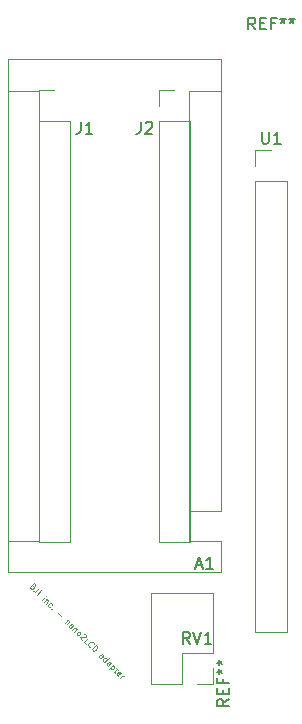
<source format=gbr>
%TF.GenerationSoftware,KiCad,Pcbnew,(5.1.6)-1*%
%TF.CreationDate,2022-01-07T20:02:18-04:00*%
%TF.ProjectId,LCD_adapter,4c43445f-6164-4617-9074-65722e6b6963,rev?*%
%TF.SameCoordinates,Original*%
%TF.FileFunction,Legend,Top*%
%TF.FilePolarity,Positive*%
%FSLAX46Y46*%
G04 Gerber Fmt 4.6, Leading zero omitted, Abs format (unit mm)*
G04 Created by KiCad (PCBNEW (5.1.6)-1) date 2022-01-07 20:02:18*
%MOMM*%
%LPD*%
G01*
G04 APERTURE LIST*
%ADD10C,0.125000*%
%ADD11C,0.120000*%
%ADD12C,0.150000*%
G04 APERTURE END LIST*
D10*
X151862689Y-105457181D02*
X151896361Y-105524525D01*
X151896361Y-105558197D01*
X151879525Y-105608704D01*
X151829017Y-105659212D01*
X151778510Y-105676048D01*
X151744838Y-105676048D01*
X151694330Y-105659212D01*
X151559643Y-105524525D01*
X151913197Y-105170971D01*
X152031048Y-105288823D01*
X152047884Y-105339330D01*
X152047884Y-105373002D01*
X152031048Y-105423510D01*
X151997376Y-105457181D01*
X151946868Y-105474017D01*
X151913197Y-105474017D01*
X151862689Y-105457181D01*
X151744838Y-105339330D01*
X152367765Y-105625540D02*
X152115227Y-105878078D01*
X152047884Y-105911750D01*
X151980540Y-105911750D01*
X151913197Y-105878078D01*
X151879525Y-105844406D01*
X152182571Y-106147452D02*
X152536124Y-105793899D01*
X152620303Y-106585185D02*
X152856006Y-106349483D01*
X152973857Y-106231632D02*
X152940185Y-106231632D01*
X152940185Y-106265303D01*
X152973857Y-106265303D01*
X152973857Y-106231632D01*
X152940185Y-106265303D01*
X153024364Y-106517841D02*
X152788662Y-106753544D01*
X152990693Y-106551513D02*
X153024364Y-106551513D01*
X153074872Y-106568349D01*
X153125380Y-106618857D01*
X153142215Y-106669364D01*
X153125380Y-106719872D01*
X152940185Y-106905067D01*
X153276902Y-107208112D02*
X153226395Y-107191276D01*
X153159051Y-107123933D01*
X153142215Y-107073425D01*
X153142215Y-107039754D01*
X153159051Y-106989246D01*
X153260067Y-106888231D01*
X153310574Y-106871395D01*
X153344246Y-106871395D01*
X153394754Y-106888231D01*
X153462097Y-106955574D01*
X153478933Y-107006082D01*
X153445261Y-107342799D02*
X153445261Y-107376471D01*
X153411589Y-107376471D01*
X153411589Y-107342799D01*
X153445261Y-107342799D01*
X153411589Y-107376471D01*
X153984009Y-107679517D02*
X154253383Y-107948891D01*
X154792131Y-108285608D02*
X154556429Y-108521311D01*
X154758460Y-108319280D02*
X154792131Y-108319280D01*
X154842639Y-108336116D01*
X154893147Y-108386624D01*
X154909982Y-108437131D01*
X154893147Y-108487639D01*
X154707952Y-108672834D01*
X155027834Y-108992715D02*
X155213028Y-108807521D01*
X155229864Y-108757013D01*
X155213028Y-108706505D01*
X155145685Y-108639162D01*
X155095177Y-108622326D01*
X155044669Y-108975879D02*
X154994162Y-108959043D01*
X154909982Y-108874864D01*
X154893147Y-108824356D01*
X154909982Y-108773849D01*
X154943654Y-108740177D01*
X154994162Y-108723341D01*
X155044669Y-108740177D01*
X155128849Y-108824356D01*
X155179356Y-108841192D01*
X155431895Y-108925372D02*
X155196192Y-109161074D01*
X155398223Y-108959043D02*
X155431895Y-108959043D01*
X155482402Y-108975879D01*
X155532910Y-109026387D01*
X155549746Y-109076895D01*
X155532910Y-109127402D01*
X155347715Y-109312597D01*
X155566582Y-109531463D02*
X155549746Y-109480956D01*
X155549746Y-109447284D01*
X155566582Y-109396776D01*
X155667597Y-109295761D01*
X155718104Y-109278925D01*
X155751776Y-109278925D01*
X155802284Y-109295761D01*
X155852791Y-109346269D01*
X155869627Y-109396776D01*
X155869627Y-109430448D01*
X155852791Y-109480956D01*
X155751776Y-109581971D01*
X155701269Y-109598807D01*
X155667597Y-109598807D01*
X155617089Y-109581971D01*
X155566582Y-109531463D01*
X156139001Y-109464120D02*
X156172673Y-109464120D01*
X156223181Y-109480956D01*
X156307360Y-109565135D01*
X156324196Y-109615643D01*
X156324196Y-109649314D01*
X156307360Y-109699822D01*
X156273688Y-109733494D01*
X156206345Y-109767165D01*
X155802284Y-109767165D01*
X156021150Y-109986032D01*
X156341032Y-110305913D02*
X156172673Y-110137555D01*
X156526226Y-109784001D01*
X156694585Y-110592123D02*
X156660913Y-110592123D01*
X156593570Y-110558452D01*
X156559898Y-110524780D01*
X156526226Y-110457436D01*
X156526226Y-110390093D01*
X156543062Y-110339585D01*
X156593570Y-110255406D01*
X156644078Y-110204898D01*
X156728257Y-110154391D01*
X156778765Y-110137555D01*
X156846108Y-110137555D01*
X156913452Y-110171226D01*
X156947123Y-110204898D01*
X156980795Y-110272242D01*
X156980795Y-110305913D01*
X156812436Y-110777318D02*
X157165990Y-110423765D01*
X157250169Y-110507944D01*
X157283841Y-110575287D01*
X157283841Y-110642631D01*
X157267005Y-110693139D01*
X157216497Y-110777318D01*
X157165990Y-110827826D01*
X157081810Y-110878333D01*
X157031303Y-110895169D01*
X156963959Y-110895169D01*
X156896616Y-110861497D01*
X156812436Y-110777318D01*
X157586887Y-111551768D02*
X157772081Y-111366574D01*
X157788917Y-111316066D01*
X157772081Y-111265558D01*
X157704738Y-111198215D01*
X157654230Y-111181379D01*
X157603723Y-111534932D02*
X157553215Y-111518097D01*
X157469036Y-111433917D01*
X157452200Y-111383410D01*
X157469036Y-111332902D01*
X157502707Y-111299230D01*
X157553215Y-111282394D01*
X157603723Y-111299230D01*
X157687902Y-111383410D01*
X157738410Y-111400245D01*
X157906768Y-111871650D02*
X158260322Y-111518097D01*
X157923604Y-111854814D02*
X157873097Y-111837978D01*
X157805753Y-111770635D01*
X157788917Y-111720127D01*
X157788917Y-111686455D01*
X157805753Y-111635948D01*
X157906768Y-111534932D01*
X157957276Y-111518097D01*
X157990948Y-111518097D01*
X158041455Y-111534932D01*
X158108799Y-111602276D01*
X158125635Y-111652784D01*
X158226650Y-112191532D02*
X158411845Y-112006337D01*
X158428680Y-111955829D01*
X158411845Y-111905322D01*
X158344501Y-111837978D01*
X158293993Y-111821142D01*
X158243486Y-112174696D02*
X158192978Y-112157860D01*
X158108799Y-112073680D01*
X158091963Y-112023173D01*
X158108799Y-111972665D01*
X158142471Y-111938993D01*
X158192978Y-111922158D01*
X158243486Y-111938993D01*
X158327665Y-112023173D01*
X158378173Y-112040009D01*
X158630711Y-112124188D02*
X158277158Y-112477741D01*
X158613875Y-112141024D02*
X158664383Y-112157860D01*
X158731726Y-112225203D01*
X158748562Y-112275711D01*
X158748562Y-112309383D01*
X158731726Y-112359890D01*
X158630711Y-112460906D01*
X158580203Y-112477741D01*
X158546532Y-112477741D01*
X158496024Y-112460906D01*
X158428680Y-112393562D01*
X158411845Y-112343054D01*
X158900085Y-112393562D02*
X159034772Y-112528249D01*
X159068444Y-112326219D02*
X158765398Y-112629264D01*
X158748562Y-112679772D01*
X158765398Y-112730280D01*
X158799070Y-112763951D01*
X159068444Y-112999654D02*
X159017936Y-112982818D01*
X158950593Y-112915474D01*
X158933757Y-112864967D01*
X158950593Y-112814459D01*
X159085280Y-112679772D01*
X159135787Y-112662936D01*
X159186295Y-112679772D01*
X159253638Y-112747115D01*
X159270474Y-112797623D01*
X159253638Y-112848131D01*
X159219967Y-112881802D01*
X159017936Y-112747115D01*
X159219967Y-113184848D02*
X159455669Y-112949146D01*
X159388325Y-113016489D02*
X159438833Y-112999654D01*
X159472505Y-112999654D01*
X159523012Y-113016489D01*
X159556684Y-113050161D01*
D11*
%TO.C,J2*%
X162500000Y-63440000D02*
X163830000Y-63440000D01*
X162500000Y-64770000D02*
X162500000Y-63440000D01*
X162500000Y-66040000D02*
X165160000Y-66040000D01*
X165160000Y-66040000D02*
X165160000Y-101660000D01*
X162500000Y-66040000D02*
X162500000Y-101660000D01*
X162500000Y-101660000D02*
X165160000Y-101660000D01*
%TO.C,J1*%
X152340000Y-63440000D02*
X153670000Y-63440000D01*
X152340000Y-64770000D02*
X152340000Y-63440000D01*
X152340000Y-66040000D02*
X155000000Y-66040000D01*
X155000000Y-66040000D02*
X155000000Y-101660000D01*
X152340000Y-66040000D02*
X152340000Y-101660000D01*
X152340000Y-101660000D02*
X155000000Y-101660000D01*
%TO.C,A1*%
X165100000Y-99060000D02*
X165100000Y-101600000D01*
X165100000Y-101600000D02*
X167770000Y-101600000D01*
X167770000Y-99060000D02*
X167770000Y-60830000D01*
X167770000Y-104270000D02*
X167770000Y-101600000D01*
X152400000Y-101600000D02*
X149730000Y-101600000D01*
X152400000Y-101600000D02*
X152400000Y-63500000D01*
X152400000Y-63500000D02*
X149730000Y-63500000D01*
X165100000Y-99060000D02*
X167770000Y-99060000D01*
X165100000Y-99060000D02*
X165100000Y-63500000D01*
X165100000Y-63500000D02*
X167770000Y-63500000D01*
X167770000Y-60830000D02*
X149730000Y-60830000D01*
X149730000Y-60830000D02*
X149730000Y-104270000D01*
X149730000Y-104270000D02*
X167770000Y-104270000D01*
%TO.C,RV1*%
X167065000Y-105985000D02*
X161865000Y-105985000D01*
X167065000Y-111125000D02*
X167065000Y-105985000D01*
X161865000Y-113725000D02*
X161865000Y-105985000D01*
X167065000Y-111125000D02*
X164465000Y-111125000D01*
X164465000Y-111125000D02*
X164465000Y-113725000D01*
X164465000Y-113725000D02*
X161865000Y-113725000D01*
X167065000Y-112395000D02*
X167065000Y-113725000D01*
X167065000Y-113725000D02*
X165735000Y-113725000D01*
%TO.C,U1*%
X170670000Y-109280000D02*
X173330000Y-109280000D01*
X170670000Y-71120000D02*
X170670000Y-109280000D01*
X173330000Y-71120000D02*
X173330000Y-109280000D01*
X170670000Y-71120000D02*
X173330000Y-71120000D01*
X170670000Y-69850000D02*
X170670000Y-68520000D01*
X170670000Y-68520000D02*
X172000000Y-68520000D01*
%TO.C,REF\u002A\u002A*%
D12*
X170666666Y-58302380D02*
X170333333Y-57826190D01*
X170095238Y-58302380D02*
X170095238Y-57302380D01*
X170476190Y-57302380D01*
X170571428Y-57350000D01*
X170619047Y-57397619D01*
X170666666Y-57492857D01*
X170666666Y-57635714D01*
X170619047Y-57730952D01*
X170571428Y-57778571D01*
X170476190Y-57826190D01*
X170095238Y-57826190D01*
X171095238Y-57778571D02*
X171428571Y-57778571D01*
X171571428Y-58302380D02*
X171095238Y-58302380D01*
X171095238Y-57302380D01*
X171571428Y-57302380D01*
X172333333Y-57778571D02*
X172000000Y-57778571D01*
X172000000Y-58302380D02*
X172000000Y-57302380D01*
X172476190Y-57302380D01*
X173000000Y-57302380D02*
X173000000Y-57540476D01*
X172761904Y-57445238D02*
X173000000Y-57540476D01*
X173238095Y-57445238D01*
X172857142Y-57730952D02*
X173000000Y-57540476D01*
X173142857Y-57730952D01*
X173761904Y-57302380D02*
X173761904Y-57540476D01*
X173523809Y-57445238D02*
X173761904Y-57540476D01*
X174000000Y-57445238D01*
X173619047Y-57730952D02*
X173761904Y-57540476D01*
X173904761Y-57730952D01*
X168452380Y-114998333D02*
X167976190Y-115331666D01*
X168452380Y-115569761D02*
X167452380Y-115569761D01*
X167452380Y-115188809D01*
X167500000Y-115093571D01*
X167547619Y-115045952D01*
X167642857Y-114998333D01*
X167785714Y-114998333D01*
X167880952Y-115045952D01*
X167928571Y-115093571D01*
X167976190Y-115188809D01*
X167976190Y-115569761D01*
X167928571Y-114569761D02*
X167928571Y-114236428D01*
X168452380Y-114093571D02*
X168452380Y-114569761D01*
X167452380Y-114569761D01*
X167452380Y-114093571D01*
X167928571Y-113331666D02*
X167928571Y-113665000D01*
X168452380Y-113665000D02*
X167452380Y-113665000D01*
X167452380Y-113188809D01*
X167452380Y-112665000D02*
X167690476Y-112665000D01*
X167595238Y-112903095D02*
X167690476Y-112665000D01*
X167595238Y-112426904D01*
X167880952Y-112807857D02*
X167690476Y-112665000D01*
X167880952Y-112522142D01*
X167452380Y-111903095D02*
X167690476Y-111903095D01*
X167595238Y-112141190D02*
X167690476Y-111903095D01*
X167595238Y-111665000D01*
X167880952Y-112045952D02*
X167690476Y-111903095D01*
X167880952Y-111760238D01*
%TO.C,J2*%
X160956666Y-66127380D02*
X160956666Y-66841666D01*
X160909047Y-66984523D01*
X160813809Y-67079761D01*
X160670952Y-67127380D01*
X160575714Y-67127380D01*
X161385238Y-66222619D02*
X161432857Y-66175000D01*
X161528095Y-66127380D01*
X161766190Y-66127380D01*
X161861428Y-66175000D01*
X161909047Y-66222619D01*
X161956666Y-66317857D01*
X161956666Y-66413095D01*
X161909047Y-66555952D01*
X161337619Y-67127380D01*
X161956666Y-67127380D01*
%TO.C,J1*%
X155876666Y-66127380D02*
X155876666Y-66841666D01*
X155829047Y-66984523D01*
X155733809Y-67079761D01*
X155590952Y-67127380D01*
X155495714Y-67127380D01*
X156876666Y-67127380D02*
X156305238Y-67127380D01*
X156590952Y-67127380D02*
X156590952Y-66127380D01*
X156495714Y-66270238D01*
X156400476Y-66365476D01*
X156305238Y-66413095D01*
%TO.C,A1*%
X165655714Y-103671666D02*
X166131904Y-103671666D01*
X165560476Y-103957380D02*
X165893809Y-102957380D01*
X166227142Y-103957380D01*
X167084285Y-103957380D02*
X166512857Y-103957380D01*
X166798571Y-103957380D02*
X166798571Y-102957380D01*
X166703333Y-103100238D01*
X166608095Y-103195476D01*
X166512857Y-103243095D01*
%TO.C,RV1*%
X165139761Y-110307380D02*
X164806428Y-109831190D01*
X164568333Y-110307380D02*
X164568333Y-109307380D01*
X164949285Y-109307380D01*
X165044523Y-109355000D01*
X165092142Y-109402619D01*
X165139761Y-109497857D01*
X165139761Y-109640714D01*
X165092142Y-109735952D01*
X165044523Y-109783571D01*
X164949285Y-109831190D01*
X164568333Y-109831190D01*
X165425476Y-109307380D02*
X165758809Y-110307380D01*
X166092142Y-109307380D01*
X166949285Y-110307380D02*
X166377857Y-110307380D01*
X166663571Y-110307380D02*
X166663571Y-109307380D01*
X166568333Y-109450238D01*
X166473095Y-109545476D01*
X166377857Y-109593095D01*
%TO.C,U1*%
X171238095Y-66972380D02*
X171238095Y-67781904D01*
X171285714Y-67877142D01*
X171333333Y-67924761D01*
X171428571Y-67972380D01*
X171619047Y-67972380D01*
X171714285Y-67924761D01*
X171761904Y-67877142D01*
X171809523Y-67781904D01*
X171809523Y-66972380D01*
X172809523Y-67972380D02*
X172238095Y-67972380D01*
X172523809Y-67972380D02*
X172523809Y-66972380D01*
X172428571Y-67115238D01*
X172333333Y-67210476D01*
X172238095Y-67258095D01*
%TD*%
M02*

</source>
